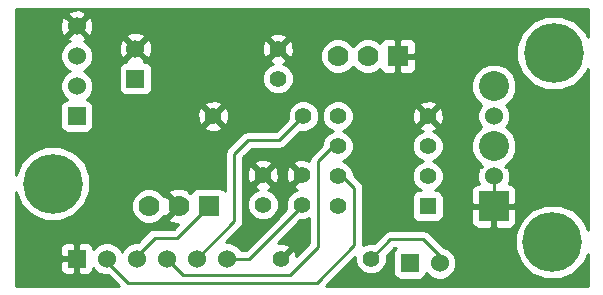
<source format=gbl>
G04 (created by PCBNEW (2013-june-11)-stable) date Thu 13 Nov 2014 06:26:36 AM EST*
%MOIN*%
G04 Gerber Fmt 3.4, Leading zero omitted, Abs format*
%FSLAX34Y34*%
G01*
G70*
G90*
G04 APERTURE LIST*
%ADD10C,0.00590551*%
%ADD11C,0.19937*%
%ADD12C,0.06*%
%ADD13C,0.1*%
%ADD14R,0.1X0.1*%
%ADD15R,0.06X0.06*%
%ADD16C,0.07*%
%ADD17R,0.07X0.07*%
%ADD18C,0.055*%
%ADD19R,0.055X0.055*%
%ADD20C,0.01*%
G04 APERTURE END LIST*
G54D10*
G54D11*
X40900Y-45500D03*
X57600Y-41150D03*
X57550Y-47450D03*
G54D12*
X55600Y-43250D03*
G54D13*
X55600Y-44250D03*
G54D14*
X55600Y-46250D03*
G54D13*
X55600Y-42250D03*
G54D12*
X55600Y-45250D03*
G54D15*
X52800Y-48150D03*
G54D12*
X53800Y-48150D03*
G54D16*
X44100Y-46250D03*
X45100Y-46250D03*
G54D17*
X46100Y-46250D03*
G54D16*
X50400Y-41250D03*
X51400Y-41250D03*
G54D17*
X52400Y-41250D03*
G54D18*
X49250Y-43250D03*
X46250Y-43250D03*
X51500Y-48000D03*
X48500Y-48000D03*
G54D15*
X41700Y-43250D03*
G54D12*
X41700Y-42250D03*
X41700Y-41250D03*
X41700Y-40250D03*
G54D15*
X41700Y-48000D03*
G54D12*
X42700Y-48000D03*
X43700Y-48000D03*
X44700Y-48000D03*
X45700Y-48000D03*
X46700Y-48000D03*
G54D18*
X48400Y-42000D03*
X48400Y-41000D03*
X47900Y-46200D03*
X47900Y-45200D03*
G54D19*
X53400Y-46250D03*
G54D18*
X53400Y-45250D03*
X53400Y-44250D03*
X53400Y-43250D03*
X50400Y-43250D03*
X50400Y-44250D03*
X50400Y-45250D03*
X50400Y-46250D03*
X49200Y-45200D03*
X49200Y-46200D03*
G54D15*
X43650Y-42000D03*
G54D12*
X43650Y-41000D03*
G54D20*
X51500Y-48000D02*
X52150Y-47350D01*
X53800Y-47900D02*
X53800Y-48150D01*
X53250Y-47350D02*
X53800Y-47900D01*
X52150Y-47350D02*
X53250Y-47350D01*
X44700Y-48000D02*
X45250Y-48550D01*
X50250Y-44250D02*
X50400Y-44250D01*
X49750Y-44750D02*
X50250Y-44250D01*
X49750Y-47600D02*
X49750Y-44750D01*
X48800Y-48550D02*
X49750Y-47600D01*
X45250Y-48550D02*
X48800Y-48550D01*
X45700Y-48000D02*
X46950Y-46750D01*
X48450Y-44050D02*
X49250Y-43250D01*
X47400Y-44050D02*
X48450Y-44050D01*
X46950Y-44500D02*
X47400Y-44050D01*
X46950Y-46750D02*
X46950Y-44500D01*
X50400Y-45250D02*
X50550Y-45250D01*
X42700Y-48100D02*
X43400Y-48800D01*
X43400Y-48800D02*
X49700Y-48800D01*
X42700Y-48100D02*
X42700Y-48000D01*
X50950Y-47550D02*
X49700Y-48800D01*
X50950Y-45650D02*
X50950Y-47550D01*
X50550Y-45250D02*
X50950Y-45650D01*
X43700Y-48000D02*
X43700Y-47900D01*
X45050Y-47300D02*
X46100Y-46250D01*
X44300Y-47300D02*
X45050Y-47300D01*
X43700Y-47900D02*
X44300Y-47300D01*
X49200Y-46200D02*
X49200Y-46250D01*
X47450Y-48000D02*
X46700Y-48000D01*
X49200Y-46250D02*
X47450Y-48000D01*
X55600Y-46250D02*
X55600Y-45250D01*
G54D10*
G36*
X49450Y-47475D02*
X49020Y-47905D01*
X49018Y-47867D01*
X48960Y-47727D01*
X48867Y-47702D01*
X48570Y-48000D01*
X48576Y-48005D01*
X48505Y-48076D01*
X48500Y-48070D01*
X48494Y-48076D01*
X48423Y-48005D01*
X48429Y-48000D01*
X48423Y-47994D01*
X48494Y-47923D01*
X48500Y-47929D01*
X48797Y-47632D01*
X48772Y-47539D01*
X48575Y-47470D01*
X48394Y-47479D01*
X49149Y-46724D01*
X49303Y-46725D01*
X49450Y-46664D01*
X49450Y-47475D01*
X49450Y-47475D01*
G37*
G54D20*
X49450Y-47475D02*
X49020Y-47905D01*
X49018Y-47867D01*
X48960Y-47727D01*
X48867Y-47702D01*
X48570Y-48000D01*
X48576Y-48005D01*
X48505Y-48076D01*
X48500Y-48070D01*
X48494Y-48076D01*
X48423Y-48005D01*
X48429Y-48000D01*
X48423Y-47994D01*
X48494Y-47923D01*
X48500Y-47929D01*
X48797Y-47632D01*
X48772Y-47539D01*
X48575Y-47470D01*
X48394Y-47479D01*
X49149Y-46724D01*
X49303Y-46725D01*
X49450Y-46664D01*
X49450Y-47475D01*
G54D10*
G36*
X55676Y-45255D02*
X55605Y-45326D01*
X55600Y-45320D01*
X55594Y-45326D01*
X55523Y-45255D01*
X55529Y-45250D01*
X55523Y-45244D01*
X55594Y-45173D01*
X55600Y-45179D01*
X55605Y-45173D01*
X55676Y-45244D01*
X55670Y-45250D01*
X55676Y-45255D01*
X55676Y-45255D01*
G37*
G54D20*
X55676Y-45255D02*
X55605Y-45326D01*
X55600Y-45320D01*
X55594Y-45326D01*
X55523Y-45255D01*
X55529Y-45250D01*
X55523Y-45244D01*
X55594Y-45173D01*
X55600Y-45179D01*
X55605Y-45173D01*
X55676Y-45244D01*
X55670Y-45250D01*
X55676Y-45255D01*
G54D10*
G36*
X58730Y-48930D02*
X55550Y-48930D01*
X55550Y-46937D01*
X55550Y-46300D01*
X54912Y-46300D01*
X54850Y-46362D01*
X54849Y-46700D01*
X54850Y-46799D01*
X54888Y-46891D01*
X54958Y-46962D01*
X55050Y-47000D01*
X55487Y-47000D01*
X55550Y-46937D01*
X55550Y-48930D01*
X49993Y-48930D01*
X50975Y-47949D01*
X50974Y-48103D01*
X51054Y-48297D01*
X51202Y-48444D01*
X51395Y-48524D01*
X51603Y-48525D01*
X51797Y-48445D01*
X51944Y-48297D01*
X52024Y-48104D01*
X52025Y-47899D01*
X52274Y-47650D01*
X52346Y-47650D01*
X52288Y-47708D01*
X52250Y-47800D01*
X52249Y-47899D01*
X52249Y-48499D01*
X52287Y-48591D01*
X52358Y-48661D01*
X52450Y-48699D01*
X52549Y-48700D01*
X53149Y-48700D01*
X53241Y-48662D01*
X53311Y-48591D01*
X53349Y-48499D01*
X53349Y-48477D01*
X53488Y-48615D01*
X53690Y-48699D01*
X53908Y-48700D01*
X54111Y-48616D01*
X54265Y-48461D01*
X54349Y-48259D01*
X54350Y-48041D01*
X54266Y-47838D01*
X54111Y-47684D01*
X53934Y-47610D01*
X53929Y-47605D01*
X53929Y-43325D01*
X53918Y-43117D01*
X53860Y-42977D01*
X53767Y-42952D01*
X53697Y-43023D01*
X53697Y-42882D01*
X53672Y-42789D01*
X53475Y-42720D01*
X53267Y-42731D01*
X53127Y-42789D01*
X53102Y-42882D01*
X53400Y-43179D01*
X53697Y-42882D01*
X53697Y-43023D01*
X53470Y-43250D01*
X53767Y-43547D01*
X53860Y-43522D01*
X53929Y-43325D01*
X53929Y-47605D01*
X53925Y-47600D01*
X53925Y-45146D01*
X53845Y-44953D01*
X53697Y-44805D01*
X53564Y-44749D01*
X53697Y-44695D01*
X53844Y-44547D01*
X53924Y-44354D01*
X53925Y-44146D01*
X53845Y-43953D01*
X53697Y-43805D01*
X53571Y-43752D01*
X53672Y-43710D01*
X53697Y-43617D01*
X53400Y-43320D01*
X53329Y-43391D01*
X53329Y-43250D01*
X53032Y-42952D01*
X53000Y-42961D01*
X53000Y-41649D01*
X53000Y-40850D01*
X52962Y-40758D01*
X52891Y-40688D01*
X52799Y-40650D01*
X52700Y-40649D01*
X52512Y-40650D01*
X52450Y-40712D01*
X52450Y-41200D01*
X52937Y-41200D01*
X53000Y-41137D01*
X53000Y-40850D01*
X53000Y-41649D01*
X53000Y-41362D01*
X52937Y-41300D01*
X52450Y-41300D01*
X52450Y-41787D01*
X52512Y-41850D01*
X52700Y-41850D01*
X52799Y-41849D01*
X52891Y-41811D01*
X52962Y-41741D01*
X53000Y-41649D01*
X53000Y-42961D01*
X52939Y-42977D01*
X52870Y-43174D01*
X52881Y-43382D01*
X52939Y-43522D01*
X53032Y-43547D01*
X53329Y-43250D01*
X53329Y-43391D01*
X53102Y-43617D01*
X53127Y-43710D01*
X53237Y-43749D01*
X53103Y-43804D01*
X52955Y-43952D01*
X52875Y-44145D01*
X52874Y-44353D01*
X52954Y-44547D01*
X53102Y-44694D01*
X53235Y-44750D01*
X53103Y-44804D01*
X52955Y-44952D01*
X52875Y-45145D01*
X52874Y-45353D01*
X52954Y-45547D01*
X53102Y-45694D01*
X53174Y-45724D01*
X53075Y-45724D01*
X52983Y-45762D01*
X52913Y-45833D01*
X52875Y-45925D01*
X52874Y-46024D01*
X52874Y-46574D01*
X52912Y-46666D01*
X52983Y-46736D01*
X53075Y-46774D01*
X53174Y-46775D01*
X53724Y-46775D01*
X53816Y-46737D01*
X53886Y-46666D01*
X53924Y-46574D01*
X53925Y-46475D01*
X53925Y-45925D01*
X53887Y-45833D01*
X53816Y-45763D01*
X53724Y-45725D01*
X53625Y-45724D01*
X53625Y-45724D01*
X53697Y-45695D01*
X53844Y-45547D01*
X53924Y-45354D01*
X53925Y-45146D01*
X53925Y-47600D01*
X53462Y-47137D01*
X53364Y-47072D01*
X53250Y-47050D01*
X52350Y-47050D01*
X52350Y-41787D01*
X52350Y-41300D01*
X52342Y-41300D01*
X52342Y-41200D01*
X52350Y-41200D01*
X52350Y-40712D01*
X52287Y-40650D01*
X52099Y-40649D01*
X52000Y-40650D01*
X51908Y-40688D01*
X51837Y-40758D01*
X51814Y-40815D01*
X51740Y-40741D01*
X51519Y-40650D01*
X51281Y-40649D01*
X51060Y-40741D01*
X50899Y-40901D01*
X50740Y-40741D01*
X50519Y-40650D01*
X50281Y-40649D01*
X50060Y-40741D01*
X49891Y-40909D01*
X49800Y-41130D01*
X49799Y-41368D01*
X49891Y-41589D01*
X50059Y-41758D01*
X50280Y-41849D01*
X50518Y-41850D01*
X50739Y-41758D01*
X50900Y-41598D01*
X51059Y-41758D01*
X51280Y-41849D01*
X51518Y-41850D01*
X51739Y-41758D01*
X51814Y-41684D01*
X51837Y-41741D01*
X51908Y-41811D01*
X52000Y-41849D01*
X52099Y-41850D01*
X52287Y-41850D01*
X52350Y-41787D01*
X52350Y-47050D01*
X52150Y-47050D01*
X52035Y-47072D01*
X51937Y-47137D01*
X51600Y-47475D01*
X51396Y-47474D01*
X51250Y-47535D01*
X51250Y-45650D01*
X51249Y-45649D01*
X51227Y-45535D01*
X51162Y-45437D01*
X51162Y-45437D01*
X50925Y-45200D01*
X50925Y-45146D01*
X50845Y-44953D01*
X50697Y-44805D01*
X50564Y-44749D01*
X50697Y-44695D01*
X50844Y-44547D01*
X50924Y-44354D01*
X50925Y-44146D01*
X50845Y-43953D01*
X50697Y-43805D01*
X50564Y-43749D01*
X50697Y-43695D01*
X50844Y-43547D01*
X50924Y-43354D01*
X50925Y-43146D01*
X50845Y-42953D01*
X50697Y-42805D01*
X50504Y-42725D01*
X50296Y-42724D01*
X50103Y-42804D01*
X49955Y-42952D01*
X49875Y-43145D01*
X49874Y-43353D01*
X49954Y-43547D01*
X50102Y-43694D01*
X50235Y-43750D01*
X50103Y-43804D01*
X49955Y-43952D01*
X49875Y-44145D01*
X49875Y-44200D01*
X49537Y-44537D01*
X49472Y-44635D01*
X49453Y-44732D01*
X49275Y-44670D01*
X49067Y-44681D01*
X48927Y-44739D01*
X48902Y-44832D01*
X49200Y-45129D01*
X49205Y-45123D01*
X49276Y-45194D01*
X49270Y-45200D01*
X49276Y-45205D01*
X49205Y-45276D01*
X49200Y-45270D01*
X49129Y-45341D01*
X49129Y-45200D01*
X48832Y-44902D01*
X48739Y-44927D01*
X48670Y-45124D01*
X48681Y-45332D01*
X48739Y-45472D01*
X48832Y-45497D01*
X49129Y-45200D01*
X49129Y-45341D01*
X48902Y-45567D01*
X48927Y-45660D01*
X49037Y-45699D01*
X48903Y-45754D01*
X48755Y-45902D01*
X48675Y-46095D01*
X48674Y-46303D01*
X48688Y-46337D01*
X48429Y-46595D01*
X48429Y-45275D01*
X48418Y-45067D01*
X48360Y-44927D01*
X48267Y-44902D01*
X48197Y-44973D01*
X48197Y-44832D01*
X48172Y-44739D01*
X47975Y-44670D01*
X47767Y-44681D01*
X47627Y-44739D01*
X47602Y-44832D01*
X47900Y-45129D01*
X48197Y-44832D01*
X48197Y-44973D01*
X47970Y-45200D01*
X48267Y-45497D01*
X48360Y-45472D01*
X48429Y-45275D01*
X48429Y-46595D01*
X48425Y-46600D01*
X48425Y-46096D01*
X48345Y-45903D01*
X48197Y-45755D01*
X48071Y-45702D01*
X48172Y-45660D01*
X48197Y-45567D01*
X47900Y-45270D01*
X47829Y-45341D01*
X47829Y-45200D01*
X47532Y-44902D01*
X47439Y-44927D01*
X47370Y-45124D01*
X47381Y-45332D01*
X47439Y-45472D01*
X47532Y-45497D01*
X47829Y-45200D01*
X47829Y-45341D01*
X47602Y-45567D01*
X47627Y-45660D01*
X47737Y-45699D01*
X47603Y-45754D01*
X47455Y-45902D01*
X47375Y-46095D01*
X47374Y-46303D01*
X47454Y-46497D01*
X47602Y-46644D01*
X47795Y-46724D01*
X48003Y-46725D01*
X48197Y-46645D01*
X48344Y-46497D01*
X48424Y-46304D01*
X48425Y-46096D01*
X48425Y-46600D01*
X47325Y-47700D01*
X47171Y-47700D01*
X47166Y-47688D01*
X47011Y-47534D01*
X46809Y-47450D01*
X46674Y-47449D01*
X47162Y-46962D01*
X47227Y-46864D01*
X47249Y-46750D01*
X47250Y-46750D01*
X47250Y-44624D01*
X47524Y-44350D01*
X48450Y-44350D01*
X48450Y-44349D01*
X48564Y-44327D01*
X48564Y-44327D01*
X48662Y-44262D01*
X49149Y-43774D01*
X49353Y-43775D01*
X49547Y-43695D01*
X49694Y-43547D01*
X49774Y-43354D01*
X49775Y-43146D01*
X49695Y-42953D01*
X49547Y-42805D01*
X49354Y-42725D01*
X49146Y-42724D01*
X48953Y-42804D01*
X48929Y-42827D01*
X48929Y-41075D01*
X48918Y-40867D01*
X48860Y-40727D01*
X48767Y-40702D01*
X48697Y-40773D01*
X48697Y-40632D01*
X48672Y-40539D01*
X48475Y-40470D01*
X48267Y-40481D01*
X48127Y-40539D01*
X48102Y-40632D01*
X48400Y-40929D01*
X48697Y-40632D01*
X48697Y-40773D01*
X48470Y-41000D01*
X48767Y-41297D01*
X48860Y-41272D01*
X48929Y-41075D01*
X48929Y-42827D01*
X48925Y-42832D01*
X48925Y-41896D01*
X48845Y-41703D01*
X48697Y-41555D01*
X48571Y-41502D01*
X48672Y-41460D01*
X48697Y-41367D01*
X48400Y-41070D01*
X48329Y-41141D01*
X48329Y-41000D01*
X48032Y-40702D01*
X47939Y-40727D01*
X47870Y-40924D01*
X47881Y-41132D01*
X47939Y-41272D01*
X48032Y-41297D01*
X48329Y-41000D01*
X48329Y-41141D01*
X48102Y-41367D01*
X48127Y-41460D01*
X48237Y-41499D01*
X48103Y-41554D01*
X47955Y-41702D01*
X47875Y-41895D01*
X47874Y-42103D01*
X47954Y-42297D01*
X48102Y-42444D01*
X48295Y-42524D01*
X48503Y-42525D01*
X48697Y-42445D01*
X48844Y-42297D01*
X48924Y-42104D01*
X48925Y-41896D01*
X48925Y-42832D01*
X48805Y-42952D01*
X48725Y-43145D01*
X48724Y-43350D01*
X48325Y-43750D01*
X47400Y-43750D01*
X47285Y-43772D01*
X47187Y-43837D01*
X46779Y-44245D01*
X46779Y-43325D01*
X46768Y-43117D01*
X46710Y-42977D01*
X46617Y-42952D01*
X46547Y-43023D01*
X46547Y-42882D01*
X46522Y-42789D01*
X46325Y-42720D01*
X46117Y-42731D01*
X45977Y-42789D01*
X45952Y-42882D01*
X46250Y-43179D01*
X46547Y-42882D01*
X46547Y-43023D01*
X46320Y-43250D01*
X46617Y-43547D01*
X46710Y-43522D01*
X46779Y-43325D01*
X46779Y-44245D01*
X46737Y-44287D01*
X46672Y-44385D01*
X46650Y-44500D01*
X46650Y-45746D01*
X46591Y-45688D01*
X46547Y-45669D01*
X46547Y-43617D01*
X46250Y-43320D01*
X46179Y-43391D01*
X46179Y-43250D01*
X45882Y-42952D01*
X45789Y-42977D01*
X45720Y-43174D01*
X45731Y-43382D01*
X45789Y-43522D01*
X45882Y-43547D01*
X46179Y-43250D01*
X46179Y-43391D01*
X45952Y-43617D01*
X45977Y-43710D01*
X46174Y-43779D01*
X46382Y-43768D01*
X46522Y-43710D01*
X46547Y-43617D01*
X46547Y-45669D01*
X46499Y-45650D01*
X46400Y-45649D01*
X45700Y-45649D01*
X45608Y-45687D01*
X45538Y-45758D01*
X45518Y-45804D01*
X45496Y-45782D01*
X45451Y-45827D01*
X45417Y-45727D01*
X45193Y-45645D01*
X44955Y-45655D01*
X44782Y-45727D01*
X44748Y-45827D01*
X45100Y-46179D01*
X45105Y-46173D01*
X45176Y-46244D01*
X45170Y-46250D01*
X45176Y-46255D01*
X45105Y-46326D01*
X45100Y-46320D01*
X45029Y-46391D01*
X45029Y-46250D01*
X44677Y-45898D01*
X44612Y-45920D01*
X44608Y-45910D01*
X44440Y-45741D01*
X44219Y-45650D01*
X44204Y-45650D01*
X44204Y-41081D01*
X44193Y-40863D01*
X44131Y-40712D01*
X44035Y-40684D01*
X43965Y-40755D01*
X43965Y-40614D01*
X43937Y-40518D01*
X43731Y-40445D01*
X43513Y-40456D01*
X43362Y-40518D01*
X43334Y-40614D01*
X43650Y-40929D01*
X43965Y-40614D01*
X43965Y-40755D01*
X43720Y-41000D01*
X44035Y-41315D01*
X44131Y-41287D01*
X44204Y-41081D01*
X44204Y-45650D01*
X44200Y-45650D01*
X44200Y-42250D01*
X44200Y-41650D01*
X44162Y-41558D01*
X44091Y-41488D01*
X43999Y-41450D01*
X43946Y-41449D01*
X43965Y-41385D01*
X43650Y-41070D01*
X43579Y-41141D01*
X43579Y-41000D01*
X43264Y-40684D01*
X43168Y-40712D01*
X43095Y-40918D01*
X43106Y-41136D01*
X43168Y-41287D01*
X43264Y-41315D01*
X43579Y-41000D01*
X43579Y-41141D01*
X43334Y-41385D01*
X43353Y-41449D01*
X43300Y-41449D01*
X43208Y-41487D01*
X43138Y-41558D01*
X43100Y-41650D01*
X43099Y-41749D01*
X43099Y-42349D01*
X43137Y-42441D01*
X43208Y-42511D01*
X43300Y-42549D01*
X43399Y-42550D01*
X43999Y-42550D01*
X44091Y-42512D01*
X44161Y-42441D01*
X44199Y-42349D01*
X44200Y-42250D01*
X44200Y-45650D01*
X43981Y-45649D01*
X43760Y-45741D01*
X43591Y-45909D01*
X43500Y-46130D01*
X43499Y-46368D01*
X43591Y-46589D01*
X43759Y-46758D01*
X43980Y-46849D01*
X44218Y-46850D01*
X44439Y-46758D01*
X44608Y-46590D01*
X44612Y-46579D01*
X44677Y-46601D01*
X45029Y-46250D01*
X45029Y-46391D01*
X44748Y-46672D01*
X44782Y-46772D01*
X45006Y-46854D01*
X45074Y-46851D01*
X44925Y-47000D01*
X44300Y-47000D01*
X44185Y-47022D01*
X44087Y-47087D01*
X43725Y-47450D01*
X43591Y-47449D01*
X43388Y-47533D01*
X43234Y-47688D01*
X43200Y-47769D01*
X43166Y-47688D01*
X43011Y-47534D01*
X42809Y-47450D01*
X42591Y-47449D01*
X42388Y-47533D01*
X42254Y-47667D01*
X42254Y-40331D01*
X42243Y-40113D01*
X42181Y-39962D01*
X42085Y-39934D01*
X42015Y-40005D01*
X42015Y-39864D01*
X41987Y-39768D01*
X41781Y-39695D01*
X41563Y-39706D01*
X41412Y-39768D01*
X41384Y-39864D01*
X41700Y-40179D01*
X42015Y-39864D01*
X42015Y-40005D01*
X41770Y-40250D01*
X42085Y-40565D01*
X42181Y-40537D01*
X42254Y-40331D01*
X42254Y-47667D01*
X42250Y-47671D01*
X42250Y-42141D01*
X42166Y-41938D01*
X42011Y-41784D01*
X41930Y-41750D01*
X42011Y-41716D01*
X42165Y-41561D01*
X42249Y-41359D01*
X42250Y-41141D01*
X42166Y-40938D01*
X42011Y-40784D01*
X41936Y-40752D01*
X41987Y-40731D01*
X42015Y-40635D01*
X41700Y-40320D01*
X41629Y-40391D01*
X41629Y-40250D01*
X41314Y-39934D01*
X41218Y-39962D01*
X41145Y-40168D01*
X41156Y-40386D01*
X41218Y-40537D01*
X41314Y-40565D01*
X41629Y-40250D01*
X41629Y-40391D01*
X41384Y-40635D01*
X41412Y-40731D01*
X41467Y-40750D01*
X41388Y-40783D01*
X41234Y-40938D01*
X41150Y-41140D01*
X41149Y-41358D01*
X41233Y-41561D01*
X41388Y-41715D01*
X41469Y-41749D01*
X41388Y-41783D01*
X41234Y-41938D01*
X41150Y-42140D01*
X41149Y-42358D01*
X41233Y-42561D01*
X41372Y-42699D01*
X41350Y-42699D01*
X41258Y-42737D01*
X41188Y-42808D01*
X41150Y-42900D01*
X41149Y-42999D01*
X41149Y-43599D01*
X41187Y-43691D01*
X41258Y-43761D01*
X41350Y-43799D01*
X41449Y-43800D01*
X42049Y-43800D01*
X42141Y-43762D01*
X42211Y-43691D01*
X42249Y-43599D01*
X42250Y-43500D01*
X42250Y-42900D01*
X42212Y-42808D01*
X42141Y-42738D01*
X42049Y-42700D01*
X42027Y-42700D01*
X42165Y-42561D01*
X42249Y-42359D01*
X42250Y-42141D01*
X42250Y-47671D01*
X42249Y-47672D01*
X42249Y-47650D01*
X42211Y-47558D01*
X42141Y-47487D01*
X42049Y-47449D01*
X41812Y-47450D01*
X41750Y-47512D01*
X41750Y-47950D01*
X41757Y-47950D01*
X41757Y-48050D01*
X41750Y-48050D01*
X41750Y-48487D01*
X41812Y-48550D01*
X42049Y-48550D01*
X42141Y-48512D01*
X42211Y-48441D01*
X42249Y-48349D01*
X42249Y-48327D01*
X42388Y-48465D01*
X42590Y-48549D01*
X42725Y-48550D01*
X43106Y-48930D01*
X41650Y-48930D01*
X41650Y-48487D01*
X41650Y-48050D01*
X41650Y-47950D01*
X41650Y-47512D01*
X41587Y-47450D01*
X41350Y-47449D01*
X41258Y-47487D01*
X41188Y-47558D01*
X41150Y-47650D01*
X41149Y-47749D01*
X41150Y-47887D01*
X41212Y-47950D01*
X41650Y-47950D01*
X41650Y-48050D01*
X41212Y-48050D01*
X41150Y-48112D01*
X41149Y-48250D01*
X41150Y-48349D01*
X41188Y-48441D01*
X41258Y-48512D01*
X41350Y-48550D01*
X41587Y-48550D01*
X41650Y-48487D01*
X41650Y-48930D01*
X39669Y-48930D01*
X39669Y-45787D01*
X39842Y-46205D01*
X40192Y-46556D01*
X40650Y-46746D01*
X41146Y-46747D01*
X41605Y-46557D01*
X41956Y-46207D01*
X42146Y-45749D01*
X42147Y-45253D01*
X41957Y-44794D01*
X41607Y-44443D01*
X41149Y-44253D01*
X40653Y-44252D01*
X40194Y-44442D01*
X39843Y-44792D01*
X39669Y-45211D01*
X39669Y-39669D01*
X58730Y-39669D01*
X58730Y-40620D01*
X58657Y-40444D01*
X58307Y-40093D01*
X57849Y-39903D01*
X57353Y-39902D01*
X56894Y-40092D01*
X56543Y-40442D01*
X56353Y-40900D01*
X56352Y-41396D01*
X56542Y-41855D01*
X56892Y-42206D01*
X57350Y-42396D01*
X57846Y-42397D01*
X58305Y-42207D01*
X58656Y-41857D01*
X58730Y-41679D01*
X58730Y-47041D01*
X58607Y-46744D01*
X58257Y-46393D01*
X57799Y-46203D01*
X57303Y-46202D01*
X56844Y-46392D01*
X56493Y-46742D01*
X56350Y-47088D01*
X56350Y-44101D01*
X56236Y-43825D01*
X56025Y-43614D01*
X56016Y-43611D01*
X56065Y-43561D01*
X56149Y-43359D01*
X56150Y-43141D01*
X56066Y-42938D01*
X56016Y-42889D01*
X56024Y-42886D01*
X56235Y-42675D01*
X56349Y-42399D01*
X56350Y-42101D01*
X56236Y-41825D01*
X56025Y-41614D01*
X55749Y-41500D01*
X55451Y-41499D01*
X55175Y-41613D01*
X54964Y-41824D01*
X54850Y-42100D01*
X54849Y-42398D01*
X54963Y-42674D01*
X55174Y-42885D01*
X55183Y-42888D01*
X55134Y-42938D01*
X55050Y-43140D01*
X55049Y-43358D01*
X55133Y-43561D01*
X55183Y-43610D01*
X55175Y-43613D01*
X54964Y-43824D01*
X54850Y-44100D01*
X54849Y-44398D01*
X54963Y-44674D01*
X55173Y-44884D01*
X55168Y-44889D01*
X55214Y-44934D01*
X55118Y-44962D01*
X55045Y-45168D01*
X55056Y-45386D01*
X55103Y-45499D01*
X55050Y-45499D01*
X54958Y-45537D01*
X54888Y-45608D01*
X54850Y-45700D01*
X54849Y-45799D01*
X54850Y-46137D01*
X54912Y-46200D01*
X55550Y-46200D01*
X55550Y-46192D01*
X55650Y-46192D01*
X55650Y-46200D01*
X56287Y-46200D01*
X56350Y-46137D01*
X56350Y-45799D01*
X56349Y-45700D01*
X56311Y-45608D01*
X56241Y-45537D01*
X56149Y-45499D01*
X56094Y-45499D01*
X56154Y-45331D01*
X56143Y-45113D01*
X56081Y-44962D01*
X55985Y-44934D01*
X56031Y-44889D01*
X56026Y-44884D01*
X56235Y-44675D01*
X56349Y-44399D01*
X56350Y-44101D01*
X56350Y-47088D01*
X56350Y-47088D01*
X56350Y-46700D01*
X56350Y-46362D01*
X56287Y-46300D01*
X55650Y-46300D01*
X55650Y-46937D01*
X55712Y-47000D01*
X56149Y-47000D01*
X56241Y-46962D01*
X56311Y-46891D01*
X56349Y-46799D01*
X56350Y-46700D01*
X56350Y-47088D01*
X56303Y-47200D01*
X56302Y-47696D01*
X56492Y-48155D01*
X56842Y-48506D01*
X57300Y-48696D01*
X57796Y-48697D01*
X58255Y-48507D01*
X58606Y-48157D01*
X58730Y-47858D01*
X58730Y-48930D01*
X58730Y-48930D01*
G37*
G54D20*
X58730Y-48930D02*
X55550Y-48930D01*
X55550Y-46937D01*
X55550Y-46300D01*
X54912Y-46300D01*
X54850Y-46362D01*
X54849Y-46700D01*
X54850Y-46799D01*
X54888Y-46891D01*
X54958Y-46962D01*
X55050Y-47000D01*
X55487Y-47000D01*
X55550Y-46937D01*
X55550Y-48930D01*
X49993Y-48930D01*
X50975Y-47949D01*
X50974Y-48103D01*
X51054Y-48297D01*
X51202Y-48444D01*
X51395Y-48524D01*
X51603Y-48525D01*
X51797Y-48445D01*
X51944Y-48297D01*
X52024Y-48104D01*
X52025Y-47899D01*
X52274Y-47650D01*
X52346Y-47650D01*
X52288Y-47708D01*
X52250Y-47800D01*
X52249Y-47899D01*
X52249Y-48499D01*
X52287Y-48591D01*
X52358Y-48661D01*
X52450Y-48699D01*
X52549Y-48700D01*
X53149Y-48700D01*
X53241Y-48662D01*
X53311Y-48591D01*
X53349Y-48499D01*
X53349Y-48477D01*
X53488Y-48615D01*
X53690Y-48699D01*
X53908Y-48700D01*
X54111Y-48616D01*
X54265Y-48461D01*
X54349Y-48259D01*
X54350Y-48041D01*
X54266Y-47838D01*
X54111Y-47684D01*
X53934Y-47610D01*
X53929Y-47605D01*
X53929Y-43325D01*
X53918Y-43117D01*
X53860Y-42977D01*
X53767Y-42952D01*
X53697Y-43023D01*
X53697Y-42882D01*
X53672Y-42789D01*
X53475Y-42720D01*
X53267Y-42731D01*
X53127Y-42789D01*
X53102Y-42882D01*
X53400Y-43179D01*
X53697Y-42882D01*
X53697Y-43023D01*
X53470Y-43250D01*
X53767Y-43547D01*
X53860Y-43522D01*
X53929Y-43325D01*
X53929Y-47605D01*
X53925Y-47600D01*
X53925Y-45146D01*
X53845Y-44953D01*
X53697Y-44805D01*
X53564Y-44749D01*
X53697Y-44695D01*
X53844Y-44547D01*
X53924Y-44354D01*
X53925Y-44146D01*
X53845Y-43953D01*
X53697Y-43805D01*
X53571Y-43752D01*
X53672Y-43710D01*
X53697Y-43617D01*
X53400Y-43320D01*
X53329Y-43391D01*
X53329Y-43250D01*
X53032Y-42952D01*
X53000Y-42961D01*
X53000Y-41649D01*
X53000Y-40850D01*
X52962Y-40758D01*
X52891Y-40688D01*
X52799Y-40650D01*
X52700Y-40649D01*
X52512Y-40650D01*
X52450Y-40712D01*
X52450Y-41200D01*
X52937Y-41200D01*
X53000Y-41137D01*
X53000Y-40850D01*
X53000Y-41649D01*
X53000Y-41362D01*
X52937Y-41300D01*
X52450Y-41300D01*
X52450Y-41787D01*
X52512Y-41850D01*
X52700Y-41850D01*
X52799Y-41849D01*
X52891Y-41811D01*
X52962Y-41741D01*
X53000Y-41649D01*
X53000Y-42961D01*
X52939Y-42977D01*
X52870Y-43174D01*
X52881Y-43382D01*
X52939Y-43522D01*
X53032Y-43547D01*
X53329Y-43250D01*
X53329Y-43391D01*
X53102Y-43617D01*
X53127Y-43710D01*
X53237Y-43749D01*
X53103Y-43804D01*
X52955Y-43952D01*
X52875Y-44145D01*
X52874Y-44353D01*
X52954Y-44547D01*
X53102Y-44694D01*
X53235Y-44750D01*
X53103Y-44804D01*
X52955Y-44952D01*
X52875Y-45145D01*
X52874Y-45353D01*
X52954Y-45547D01*
X53102Y-45694D01*
X53174Y-45724D01*
X53075Y-45724D01*
X52983Y-45762D01*
X52913Y-45833D01*
X52875Y-45925D01*
X52874Y-46024D01*
X52874Y-46574D01*
X52912Y-46666D01*
X52983Y-46736D01*
X53075Y-46774D01*
X53174Y-46775D01*
X53724Y-46775D01*
X53816Y-46737D01*
X53886Y-46666D01*
X53924Y-46574D01*
X53925Y-46475D01*
X53925Y-45925D01*
X53887Y-45833D01*
X53816Y-45763D01*
X53724Y-45725D01*
X53625Y-45724D01*
X53625Y-45724D01*
X53697Y-45695D01*
X53844Y-45547D01*
X53924Y-45354D01*
X53925Y-45146D01*
X53925Y-47600D01*
X53462Y-47137D01*
X53364Y-47072D01*
X53250Y-47050D01*
X52350Y-47050D01*
X52350Y-41787D01*
X52350Y-41300D01*
X52342Y-41300D01*
X52342Y-41200D01*
X52350Y-41200D01*
X52350Y-40712D01*
X52287Y-40650D01*
X52099Y-40649D01*
X52000Y-40650D01*
X51908Y-40688D01*
X51837Y-40758D01*
X51814Y-40815D01*
X51740Y-40741D01*
X51519Y-40650D01*
X51281Y-40649D01*
X51060Y-40741D01*
X50899Y-40901D01*
X50740Y-40741D01*
X50519Y-40650D01*
X50281Y-40649D01*
X50060Y-40741D01*
X49891Y-40909D01*
X49800Y-41130D01*
X49799Y-41368D01*
X49891Y-41589D01*
X50059Y-41758D01*
X50280Y-41849D01*
X50518Y-41850D01*
X50739Y-41758D01*
X50900Y-41598D01*
X51059Y-41758D01*
X51280Y-41849D01*
X51518Y-41850D01*
X51739Y-41758D01*
X51814Y-41684D01*
X51837Y-41741D01*
X51908Y-41811D01*
X52000Y-41849D01*
X52099Y-41850D01*
X52287Y-41850D01*
X52350Y-41787D01*
X52350Y-47050D01*
X52150Y-47050D01*
X52035Y-47072D01*
X51937Y-47137D01*
X51600Y-47475D01*
X51396Y-47474D01*
X51250Y-47535D01*
X51250Y-45650D01*
X51249Y-45649D01*
X51227Y-45535D01*
X51162Y-45437D01*
X51162Y-45437D01*
X50925Y-45200D01*
X50925Y-45146D01*
X50845Y-44953D01*
X50697Y-44805D01*
X50564Y-44749D01*
X50697Y-44695D01*
X50844Y-44547D01*
X50924Y-44354D01*
X50925Y-44146D01*
X50845Y-43953D01*
X50697Y-43805D01*
X50564Y-43749D01*
X50697Y-43695D01*
X50844Y-43547D01*
X50924Y-43354D01*
X50925Y-43146D01*
X50845Y-42953D01*
X50697Y-42805D01*
X50504Y-42725D01*
X50296Y-42724D01*
X50103Y-42804D01*
X49955Y-42952D01*
X49875Y-43145D01*
X49874Y-43353D01*
X49954Y-43547D01*
X50102Y-43694D01*
X50235Y-43750D01*
X50103Y-43804D01*
X49955Y-43952D01*
X49875Y-44145D01*
X49875Y-44200D01*
X49537Y-44537D01*
X49472Y-44635D01*
X49453Y-44732D01*
X49275Y-44670D01*
X49067Y-44681D01*
X48927Y-44739D01*
X48902Y-44832D01*
X49200Y-45129D01*
X49205Y-45123D01*
X49276Y-45194D01*
X49270Y-45200D01*
X49276Y-45205D01*
X49205Y-45276D01*
X49200Y-45270D01*
X49129Y-45341D01*
X49129Y-45200D01*
X48832Y-44902D01*
X48739Y-44927D01*
X48670Y-45124D01*
X48681Y-45332D01*
X48739Y-45472D01*
X48832Y-45497D01*
X49129Y-45200D01*
X49129Y-45341D01*
X48902Y-45567D01*
X48927Y-45660D01*
X49037Y-45699D01*
X48903Y-45754D01*
X48755Y-45902D01*
X48675Y-46095D01*
X48674Y-46303D01*
X48688Y-46337D01*
X48429Y-46595D01*
X48429Y-45275D01*
X48418Y-45067D01*
X48360Y-44927D01*
X48267Y-44902D01*
X48197Y-44973D01*
X48197Y-44832D01*
X48172Y-44739D01*
X47975Y-44670D01*
X47767Y-44681D01*
X47627Y-44739D01*
X47602Y-44832D01*
X47900Y-45129D01*
X48197Y-44832D01*
X48197Y-44973D01*
X47970Y-45200D01*
X48267Y-45497D01*
X48360Y-45472D01*
X48429Y-45275D01*
X48429Y-46595D01*
X48425Y-46600D01*
X48425Y-46096D01*
X48345Y-45903D01*
X48197Y-45755D01*
X48071Y-45702D01*
X48172Y-45660D01*
X48197Y-45567D01*
X47900Y-45270D01*
X47829Y-45341D01*
X47829Y-45200D01*
X47532Y-44902D01*
X47439Y-44927D01*
X47370Y-45124D01*
X47381Y-45332D01*
X47439Y-45472D01*
X47532Y-45497D01*
X47829Y-45200D01*
X47829Y-45341D01*
X47602Y-45567D01*
X47627Y-45660D01*
X47737Y-45699D01*
X47603Y-45754D01*
X47455Y-45902D01*
X47375Y-46095D01*
X47374Y-46303D01*
X47454Y-46497D01*
X47602Y-46644D01*
X47795Y-46724D01*
X48003Y-46725D01*
X48197Y-46645D01*
X48344Y-46497D01*
X48424Y-46304D01*
X48425Y-46096D01*
X48425Y-46600D01*
X47325Y-47700D01*
X47171Y-47700D01*
X47166Y-47688D01*
X47011Y-47534D01*
X46809Y-47450D01*
X46674Y-47449D01*
X47162Y-46962D01*
X47227Y-46864D01*
X47249Y-46750D01*
X47250Y-46750D01*
X47250Y-44624D01*
X47524Y-44350D01*
X48450Y-44350D01*
X48450Y-44349D01*
X48564Y-44327D01*
X48564Y-44327D01*
X48662Y-44262D01*
X49149Y-43774D01*
X49353Y-43775D01*
X49547Y-43695D01*
X49694Y-43547D01*
X49774Y-43354D01*
X49775Y-43146D01*
X49695Y-42953D01*
X49547Y-42805D01*
X49354Y-42725D01*
X49146Y-42724D01*
X48953Y-42804D01*
X48929Y-42827D01*
X48929Y-41075D01*
X48918Y-40867D01*
X48860Y-40727D01*
X48767Y-40702D01*
X48697Y-40773D01*
X48697Y-40632D01*
X48672Y-40539D01*
X48475Y-40470D01*
X48267Y-40481D01*
X48127Y-40539D01*
X48102Y-40632D01*
X48400Y-40929D01*
X48697Y-40632D01*
X48697Y-40773D01*
X48470Y-41000D01*
X48767Y-41297D01*
X48860Y-41272D01*
X48929Y-41075D01*
X48929Y-42827D01*
X48925Y-42832D01*
X48925Y-41896D01*
X48845Y-41703D01*
X48697Y-41555D01*
X48571Y-41502D01*
X48672Y-41460D01*
X48697Y-41367D01*
X48400Y-41070D01*
X48329Y-41141D01*
X48329Y-41000D01*
X48032Y-40702D01*
X47939Y-40727D01*
X47870Y-40924D01*
X47881Y-41132D01*
X47939Y-41272D01*
X48032Y-41297D01*
X48329Y-41000D01*
X48329Y-41141D01*
X48102Y-41367D01*
X48127Y-41460D01*
X48237Y-41499D01*
X48103Y-41554D01*
X47955Y-41702D01*
X47875Y-41895D01*
X47874Y-42103D01*
X47954Y-42297D01*
X48102Y-42444D01*
X48295Y-42524D01*
X48503Y-42525D01*
X48697Y-42445D01*
X48844Y-42297D01*
X48924Y-42104D01*
X48925Y-41896D01*
X48925Y-42832D01*
X48805Y-42952D01*
X48725Y-43145D01*
X48724Y-43350D01*
X48325Y-43750D01*
X47400Y-43750D01*
X47285Y-43772D01*
X47187Y-43837D01*
X46779Y-44245D01*
X46779Y-43325D01*
X46768Y-43117D01*
X46710Y-42977D01*
X46617Y-42952D01*
X46547Y-43023D01*
X46547Y-42882D01*
X46522Y-42789D01*
X46325Y-42720D01*
X46117Y-42731D01*
X45977Y-42789D01*
X45952Y-42882D01*
X46250Y-43179D01*
X46547Y-42882D01*
X46547Y-43023D01*
X46320Y-43250D01*
X46617Y-43547D01*
X46710Y-43522D01*
X46779Y-43325D01*
X46779Y-44245D01*
X46737Y-44287D01*
X46672Y-44385D01*
X46650Y-44500D01*
X46650Y-45746D01*
X46591Y-45688D01*
X46547Y-45669D01*
X46547Y-43617D01*
X46250Y-43320D01*
X46179Y-43391D01*
X46179Y-43250D01*
X45882Y-42952D01*
X45789Y-42977D01*
X45720Y-43174D01*
X45731Y-43382D01*
X45789Y-43522D01*
X45882Y-43547D01*
X46179Y-43250D01*
X46179Y-43391D01*
X45952Y-43617D01*
X45977Y-43710D01*
X46174Y-43779D01*
X46382Y-43768D01*
X46522Y-43710D01*
X46547Y-43617D01*
X46547Y-45669D01*
X46499Y-45650D01*
X46400Y-45649D01*
X45700Y-45649D01*
X45608Y-45687D01*
X45538Y-45758D01*
X45518Y-45804D01*
X45496Y-45782D01*
X45451Y-45827D01*
X45417Y-45727D01*
X45193Y-45645D01*
X44955Y-45655D01*
X44782Y-45727D01*
X44748Y-45827D01*
X45100Y-46179D01*
X45105Y-46173D01*
X45176Y-46244D01*
X45170Y-46250D01*
X45176Y-46255D01*
X45105Y-46326D01*
X45100Y-46320D01*
X45029Y-46391D01*
X45029Y-46250D01*
X44677Y-45898D01*
X44612Y-45920D01*
X44608Y-45910D01*
X44440Y-45741D01*
X44219Y-45650D01*
X44204Y-45650D01*
X44204Y-41081D01*
X44193Y-40863D01*
X44131Y-40712D01*
X44035Y-40684D01*
X43965Y-40755D01*
X43965Y-40614D01*
X43937Y-40518D01*
X43731Y-40445D01*
X43513Y-40456D01*
X43362Y-40518D01*
X43334Y-40614D01*
X43650Y-40929D01*
X43965Y-40614D01*
X43965Y-40755D01*
X43720Y-41000D01*
X44035Y-41315D01*
X44131Y-41287D01*
X44204Y-41081D01*
X44204Y-45650D01*
X44200Y-45650D01*
X44200Y-42250D01*
X44200Y-41650D01*
X44162Y-41558D01*
X44091Y-41488D01*
X43999Y-41450D01*
X43946Y-41449D01*
X43965Y-41385D01*
X43650Y-41070D01*
X43579Y-41141D01*
X43579Y-41000D01*
X43264Y-40684D01*
X43168Y-40712D01*
X43095Y-40918D01*
X43106Y-41136D01*
X43168Y-41287D01*
X43264Y-41315D01*
X43579Y-41000D01*
X43579Y-41141D01*
X43334Y-41385D01*
X43353Y-41449D01*
X43300Y-41449D01*
X43208Y-41487D01*
X43138Y-41558D01*
X43100Y-41650D01*
X43099Y-41749D01*
X43099Y-42349D01*
X43137Y-42441D01*
X43208Y-42511D01*
X43300Y-42549D01*
X43399Y-42550D01*
X43999Y-42550D01*
X44091Y-42512D01*
X44161Y-42441D01*
X44199Y-42349D01*
X44200Y-42250D01*
X44200Y-45650D01*
X43981Y-45649D01*
X43760Y-45741D01*
X43591Y-45909D01*
X43500Y-46130D01*
X43499Y-46368D01*
X43591Y-46589D01*
X43759Y-46758D01*
X43980Y-46849D01*
X44218Y-46850D01*
X44439Y-46758D01*
X44608Y-46590D01*
X44612Y-46579D01*
X44677Y-46601D01*
X45029Y-46250D01*
X45029Y-46391D01*
X44748Y-46672D01*
X44782Y-46772D01*
X45006Y-46854D01*
X45074Y-46851D01*
X44925Y-47000D01*
X44300Y-47000D01*
X44185Y-47022D01*
X44087Y-47087D01*
X43725Y-47450D01*
X43591Y-47449D01*
X43388Y-47533D01*
X43234Y-47688D01*
X43200Y-47769D01*
X43166Y-47688D01*
X43011Y-47534D01*
X42809Y-47450D01*
X42591Y-47449D01*
X42388Y-47533D01*
X42254Y-47667D01*
X42254Y-40331D01*
X42243Y-40113D01*
X42181Y-39962D01*
X42085Y-39934D01*
X42015Y-40005D01*
X42015Y-39864D01*
X41987Y-39768D01*
X41781Y-39695D01*
X41563Y-39706D01*
X41412Y-39768D01*
X41384Y-39864D01*
X41700Y-40179D01*
X42015Y-39864D01*
X42015Y-40005D01*
X41770Y-40250D01*
X42085Y-40565D01*
X42181Y-40537D01*
X42254Y-40331D01*
X42254Y-47667D01*
X42250Y-47671D01*
X42250Y-42141D01*
X42166Y-41938D01*
X42011Y-41784D01*
X41930Y-41750D01*
X42011Y-41716D01*
X42165Y-41561D01*
X42249Y-41359D01*
X42250Y-41141D01*
X42166Y-40938D01*
X42011Y-40784D01*
X41936Y-40752D01*
X41987Y-40731D01*
X42015Y-40635D01*
X41700Y-40320D01*
X41629Y-40391D01*
X41629Y-40250D01*
X41314Y-39934D01*
X41218Y-39962D01*
X41145Y-40168D01*
X41156Y-40386D01*
X41218Y-40537D01*
X41314Y-40565D01*
X41629Y-40250D01*
X41629Y-40391D01*
X41384Y-40635D01*
X41412Y-40731D01*
X41467Y-40750D01*
X41388Y-40783D01*
X41234Y-40938D01*
X41150Y-41140D01*
X41149Y-41358D01*
X41233Y-41561D01*
X41388Y-41715D01*
X41469Y-41749D01*
X41388Y-41783D01*
X41234Y-41938D01*
X41150Y-42140D01*
X41149Y-42358D01*
X41233Y-42561D01*
X41372Y-42699D01*
X41350Y-42699D01*
X41258Y-42737D01*
X41188Y-42808D01*
X41150Y-42900D01*
X41149Y-42999D01*
X41149Y-43599D01*
X41187Y-43691D01*
X41258Y-43761D01*
X41350Y-43799D01*
X41449Y-43800D01*
X42049Y-43800D01*
X42141Y-43762D01*
X42211Y-43691D01*
X42249Y-43599D01*
X42250Y-43500D01*
X42250Y-42900D01*
X42212Y-42808D01*
X42141Y-42738D01*
X42049Y-42700D01*
X42027Y-42700D01*
X42165Y-42561D01*
X42249Y-42359D01*
X42250Y-42141D01*
X42250Y-47671D01*
X42249Y-47672D01*
X42249Y-47650D01*
X42211Y-47558D01*
X42141Y-47487D01*
X42049Y-47449D01*
X41812Y-47450D01*
X41750Y-47512D01*
X41750Y-47950D01*
X41757Y-47950D01*
X41757Y-48050D01*
X41750Y-48050D01*
X41750Y-48487D01*
X41812Y-48550D01*
X42049Y-48550D01*
X42141Y-48512D01*
X42211Y-48441D01*
X42249Y-48349D01*
X42249Y-48327D01*
X42388Y-48465D01*
X42590Y-48549D01*
X42725Y-48550D01*
X43106Y-48930D01*
X41650Y-48930D01*
X41650Y-48487D01*
X41650Y-48050D01*
X41650Y-47950D01*
X41650Y-47512D01*
X41587Y-47450D01*
X41350Y-47449D01*
X41258Y-47487D01*
X41188Y-47558D01*
X41150Y-47650D01*
X41149Y-47749D01*
X41150Y-47887D01*
X41212Y-47950D01*
X41650Y-47950D01*
X41650Y-48050D01*
X41212Y-48050D01*
X41150Y-48112D01*
X41149Y-48250D01*
X41150Y-48349D01*
X41188Y-48441D01*
X41258Y-48512D01*
X41350Y-48550D01*
X41587Y-48550D01*
X41650Y-48487D01*
X41650Y-48930D01*
X39669Y-48930D01*
X39669Y-45787D01*
X39842Y-46205D01*
X40192Y-46556D01*
X40650Y-46746D01*
X41146Y-46747D01*
X41605Y-46557D01*
X41956Y-46207D01*
X42146Y-45749D01*
X42147Y-45253D01*
X41957Y-44794D01*
X41607Y-44443D01*
X41149Y-44253D01*
X40653Y-44252D01*
X40194Y-44442D01*
X39843Y-44792D01*
X39669Y-45211D01*
X39669Y-39669D01*
X58730Y-39669D01*
X58730Y-40620D01*
X58657Y-40444D01*
X58307Y-40093D01*
X57849Y-39903D01*
X57353Y-39902D01*
X56894Y-40092D01*
X56543Y-40442D01*
X56353Y-40900D01*
X56352Y-41396D01*
X56542Y-41855D01*
X56892Y-42206D01*
X57350Y-42396D01*
X57846Y-42397D01*
X58305Y-42207D01*
X58656Y-41857D01*
X58730Y-41679D01*
X58730Y-47041D01*
X58607Y-46744D01*
X58257Y-46393D01*
X57799Y-46203D01*
X57303Y-46202D01*
X56844Y-46392D01*
X56493Y-46742D01*
X56350Y-47088D01*
X56350Y-44101D01*
X56236Y-43825D01*
X56025Y-43614D01*
X56016Y-43611D01*
X56065Y-43561D01*
X56149Y-43359D01*
X56150Y-43141D01*
X56066Y-42938D01*
X56016Y-42889D01*
X56024Y-42886D01*
X56235Y-42675D01*
X56349Y-42399D01*
X56350Y-42101D01*
X56236Y-41825D01*
X56025Y-41614D01*
X55749Y-41500D01*
X55451Y-41499D01*
X55175Y-41613D01*
X54964Y-41824D01*
X54850Y-42100D01*
X54849Y-42398D01*
X54963Y-42674D01*
X55174Y-42885D01*
X55183Y-42888D01*
X55134Y-42938D01*
X55050Y-43140D01*
X55049Y-43358D01*
X55133Y-43561D01*
X55183Y-43610D01*
X55175Y-43613D01*
X54964Y-43824D01*
X54850Y-44100D01*
X54849Y-44398D01*
X54963Y-44674D01*
X55173Y-44884D01*
X55168Y-44889D01*
X55214Y-44934D01*
X55118Y-44962D01*
X55045Y-45168D01*
X55056Y-45386D01*
X55103Y-45499D01*
X55050Y-45499D01*
X54958Y-45537D01*
X54888Y-45608D01*
X54850Y-45700D01*
X54849Y-45799D01*
X54850Y-46137D01*
X54912Y-46200D01*
X55550Y-46200D01*
X55550Y-46192D01*
X55650Y-46192D01*
X55650Y-46200D01*
X56287Y-46200D01*
X56350Y-46137D01*
X56350Y-45799D01*
X56349Y-45700D01*
X56311Y-45608D01*
X56241Y-45537D01*
X56149Y-45499D01*
X56094Y-45499D01*
X56154Y-45331D01*
X56143Y-45113D01*
X56081Y-44962D01*
X55985Y-44934D01*
X56031Y-44889D01*
X56026Y-44884D01*
X56235Y-44675D01*
X56349Y-44399D01*
X56350Y-44101D01*
X56350Y-47088D01*
X56350Y-47088D01*
X56350Y-46700D01*
X56350Y-46362D01*
X56287Y-46300D01*
X55650Y-46300D01*
X55650Y-46937D01*
X55712Y-47000D01*
X56149Y-47000D01*
X56241Y-46962D01*
X56311Y-46891D01*
X56349Y-46799D01*
X56350Y-46700D01*
X56350Y-47088D01*
X56303Y-47200D01*
X56302Y-47696D01*
X56492Y-48155D01*
X56842Y-48506D01*
X57300Y-48696D01*
X57796Y-48697D01*
X58255Y-48507D01*
X58606Y-48157D01*
X58730Y-47858D01*
X58730Y-48930D01*
M02*

</source>
